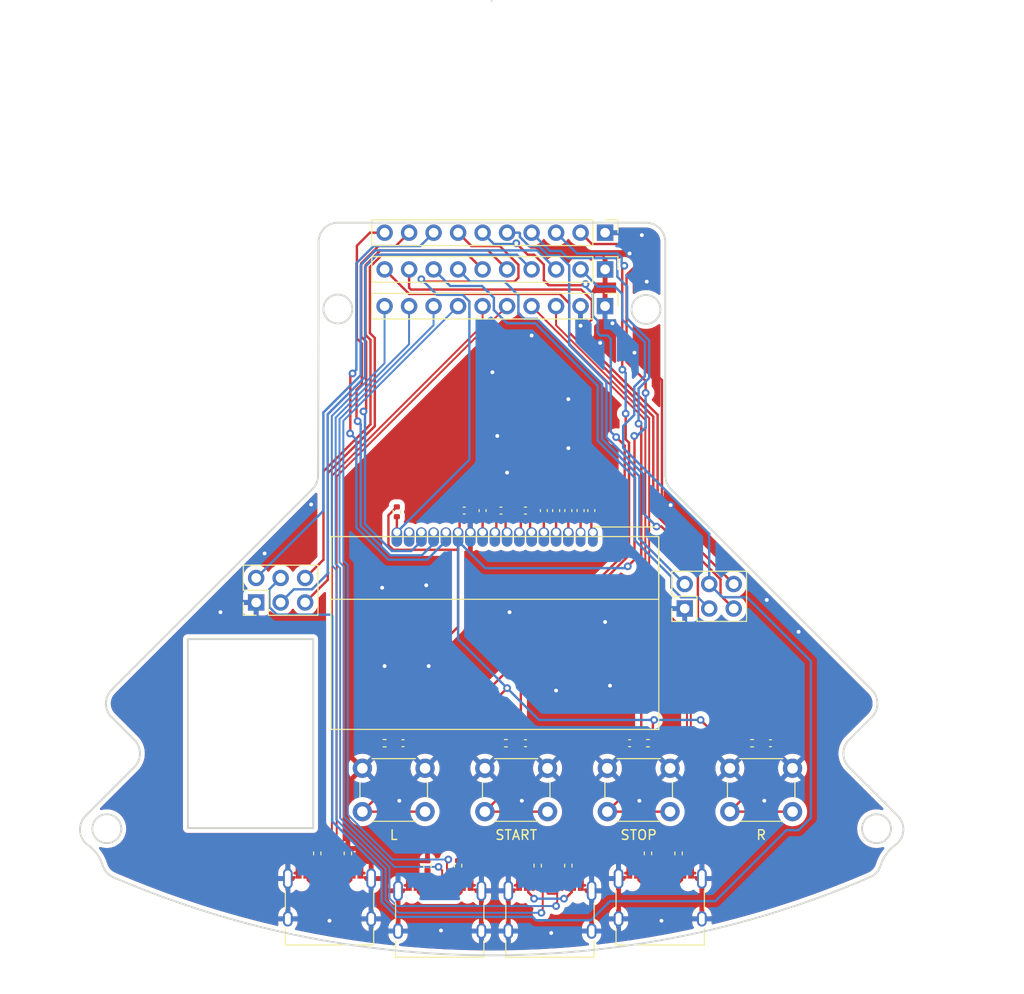
<source format=kicad_pcb>
(kicad_pcb (version 20211014) (generator pcbnew)
  (layers (0 "F.Cu" signal) (31 "B.Cu" signal) (34 "B.Paste" user) (35 "F.Paste" user) (36 "B.SilkS" user "B.Silkscreen") (37 "F.SilkS" user "F.Silkscreen") (38 "B.Mask" user) (39 "F.Mask" user) (44 "Edge.Cuts" user))
  (net 0 "")
  (net 1 "start")
  (net 2 "GND")
  (net 3 "stop")
  (net 4 "Net-(C3-Pad2)")
  (net 5 "+3V3")
  (net 6 "Net-(C5-Pad1)")
  (net 7 "Net-(C5-Pad2)")
  (net 8 "Net-(C6-Pad1)")
  (net 9 "Net-(C6-Pad2)")
  (net 10 "Net-(C7-Pad2)")
  (net 11 "Net-(C8-Pad2)")
  (net 12 "R")
  (net 13 "Net-(C10-Pad2)")
  (net 14 "Net-(C11-Pad2)")
  (net 15 "Net-(C12-Pad2)")
  (net 16 "L")
  (net 17 "unconnected-(J1-PadA4)")
  (net 18 "Net-(J1-PadA5)")
  (net 19 "Teensy D+")
  (net 20 "Teensy D-")
  (net 22 "Net-(J1-PadB5)")
  (net 24 "Reset 1")
  (net 25 "MISO 1")
  (net 26 "+5V")
  (net 27 "SCK 1")
  (net 28 "MOSI 1")
  (net 29 "Gyro D+")
  (net 30 "Gyro D-")
  (net 31 "Line D+")
  (net 32 "Line D-")
  (net 33 "Cam D+")
  (net 34 "Cam D-")
  (net 35 "unconnected-(J4-PadA4)")
  (net 36 "Net-(J4-PadA5)")
  (net 38 "Net-(J4-PadB5)")
  (net 40 "CS")
  (net 41 "MOSI")
  (net 42 "RS")
  (net 43 "SCK")
  (net 45 "unconnected-(J7-PadA4)")
  (net 46 "Net-(J7-PadA5)")
  (net 48 "Net-(J7-PadB5)")
  (net 50 "Reset 2")
  (net 51 "MISO 2")
  (net 52 "MOSI 2")
  (net 53 "SCK 2")
  (net 54 "unconnected-(J10-PadA4)")
  (net 55 "Net-(J10-PadA5)")
  (net 57 "Net-(J10-PadB5)")
  (footprint "Button_Switch_THT:SW_PUSH_6mm_H5mm" (layer "F.Cu") (at 176.765 132.775)
    (fp_text reference "R")
    (fp_text value "SW_DIP_x01")
  )
  (footprint "Resistor_SMD:R_0402_1005Metric" (layer "F.Cu") (at 160.02 142.875 90)
    (fp_text reference "R7" hide)
    (fp_text value "R")
  )
  (footprint "Connector_PinHeader_2.54mm:PinHeader_1x10_P2.54mm_Vertical" (layer "F.Cu") (at 163.825 84.836 -90)
    (fp_text reference "J3" hide)
    (fp_text value "Conn_01x10_Female")
  )
  (footprint "Resistor_SMD:R_0402_1005Metric" (layer "F.Cu") (at 145.415 142.875 90)
    (fp_text reference "R2" hide)
    (fp_text value "R")
  )
  (footprint "Capacitor_SMD:C_0402_1005Metric" (layer "F.Cu") (at 155.575 106.045)
    (fp_text reference "C6" hide)
    (fp_text value "C_Small")
  )
  (footprint "Resistor_SMD:R_0402_1005Metric" (layer "F.Cu") (at 133.985 141.605 90)
    (fp_text reference "R12" hide)
    (fp_text value "R")
  )
  (footprint "Resistor_SMD:R_0402_1005Metric" (layer "F.Cu") (at 140.97 130.175)
    (fp_text reference "R9" hide)
    (fp_text value "10K")
  )
  (footprint "Connector_USB:USB_C_Receptacle_XKB_U262-16XN-4BVC11" (layer "F.Cu") (at 158.115 148.59)
    (fp_text reference "J4" hide)
    (fp_text value "USB_C_Receptacle_USB2.0")
  )
  (footprint "Connector_PinHeader_2.54mm:PinHeader_2x03_P2.54mm_Vertical" (layer "F.Cu") (at 172.085 116.205 90)
    (fp_text reference "J9" hide)
    (fp_text value "Conn_01x06_Female")
  )
  (footprint "Capacitor_SMD:C_0402_1005Metric" (layer "F.Cu") (at 161.29 106.045 -90)
    (fp_text reference "C11" hide)
    (fp_text value "C_Small")
  )
  (footprint "Button_Switch_THT:SW_PUSH_6mm_H5mm" (layer "F.Cu") (at 151.365 132.775)
    (fp_text reference "START")
    (fp_text value "SW_DIP_x01")
  )
  (footprint "Connector_PinHeader_2.54mm:PinHeader_2x03_P2.54mm_Vertical" (layer "F.Cu") (at 127.65 115.575 90)
    (fp_text reference "J2" hide)
    (fp_text value "Conn_01x06_Female")
  )
  (footprint "Capacitor_SMD:C_0402_1005Metric" (layer "F.Cu") (at 151.13 106.045 -90)
    (fp_text reference "C3" hide)
    (fp_text value "C_Small")
  )
  (footprint "Resistor_SMD:R_0402_1005Metric" (layer "F.Cu") (at 179.07 130.175)
    (fp_text reference "R8" hide)
    (fp_text value "10K")
  )
  (footprint "Connector_USB:USB_C_Receptacle_XKB_U262-16XN-4BVC11" (layer "F.Cu") (at 135.255 147.32)
    (fp_text reference "J10" hide)
    (fp_text value "USB_C_Receptacle_USB2.0")
  )
  (footprint "Resistor_SMD:R_0402_1005Metric" (layer "F.Cu") (at 137.16 141.605 90)
    (fp_text reference "R13" hide)
    (fp_text value "R")
  )
  (footprint "Resistor_SMD:R_0402_1005Metric" (layer "F.Cu") (at 168.275 130.175 180)
    (fp_text reference "R5" hide)
    (fp_text value "10K")
  )
  (footprint "katamura1:LCDmodule_aqm1248a" (layer "F.Cu") (at 152.4 118.745 180)
    (fp_text reference "J6" hide)
    (fp_text value "Conn_01x17_Female")
  )
  (footprint "Capacitor_SMD:C_0402_1005Metric" (layer "F.Cu") (at 180.975 130.175)
    (fp_text reference "C9" hide)
    (fp_text value "C")
  )
  (footprint "Button_Switch_THT:SW_PUSH_6mm_H5mm" (layer "F.Cu") (at 138.665 132.775)
    (fp_text reference "L")
    (fp_text value "SW_DIP_x01")
  )
  (footprint "Capacitor_SMD:C_0402_1005Metric" (layer "F.Cu") (at 162.405 106.045 -90)
    (fp_text reference "C12" hide)
    (fp_text value "C_Small")
  )
  (footprint "Capacitor_SMD:C_0402_1005Metric" (layer "F.Cu") (at 157.48 106.045 -90)
    (fp_text reference "C7" hide)
    (fp_text value "C_Small")
  )
  (footprint "Capacitor_SMD:C_0402_1005Metric" (layer "F.Cu") (at 155.575 130.175)
    (fp_text reference "C1" hide)
    (fp_text value "C")
  )
  (footprint "Resistor_SMD:R_0402_1005Metric" (layer "F.Cu") (at 171.45 141.605 90)
    (fp_text reference "R11" hide)
    (fp_text value "R")
  )
  (footprint "Resistor_SMD:R_0402_1005Metric" (layer "F.Cu") (at 156.845 142.875 90)
    (fp_text reference "R6" hide)
    (fp_text value "R")
  )
  (footprint "Resistor_SMD:R_0402_1005Metric" (layer "F.Cu") (at 153.545 130.175)
    (fp_text reference "R1" hide)
    (fp_text value "10K")
  )
  (footprint "Capacitor_SMD:C_0402_1005Metric" (layer "F.Cu") (at 149.225 106.045 180)
    (fp_text reference "C4" hide)
    (fp_text value "C_Small")
  )
  (footprint "Capacitor_SMD:C_0402_1005Metric" (layer "F.Cu") (at 160.02 106.045 -90)
    (fp_text reference "C10" hide)
    (fp_text value "C_Small")
  )
  (footprint "Capacitor_SMD:C_0402_1005Metric" (layer "F.Cu") (at 158.75 106.045 -90)
    (fp_text reference "C8" hide)
    (fp_text value "C_Small")
  )
  (footprint "Capacitor_SMD:C_0402_1005Metric" (layer "F.Cu") (at 166.37 130.175 180)
    (fp_text reference "C2" hide)
    (fp_text value "C")
  )
  (footprint "Capacitor_SMD:C_0402_1005Metric" (layer "F.Cu") (at 142.875 130.175)
    (fp_text reference "C13" hide)
    (fp_text value "C")
  )
  (footprint "Button_Switch_THT:SW_PUSH_6mm_H5mm" (layer "F.Cu") (at 164.065 132.775)
    (fp_text reference "STOP")
    (fp_text value "SW_DIP_x01")
  )
  (footprint "Capacitor_SMD:C_0402_1005Metric" (layer "F.Cu") (at 153.035 106.045)
    (fp_text reference "C5" hide)
    (fp_text value "C_Small")
  )
  (footprint "Resistor_SMD:R_0402_1005Metric" (layer "F.Cu") (at 168.275 141.605 90)
    (fp_text reference "R10" hide)
    (fp_text value "R")
  )
  (footprint "Resistor_SMD:R_0402_1005Metric" (layer "F.Cu") (at 148.59 142.875 90)
    (fp_text reference "R3" hide)
    (fp_text value "R")
  )
  (footprint "Connector_USB:USB_C_Receptacle_XKB_U262-16XN-4BVC11" (layer "F.Cu") (at 169.545 147.32)
    (fp_text reference "J7" hide)
    (fp_text value "USB_C_Receptacle_USB2.0")
  )
  (footprint "Connector_PinHeader_2.54mm:PinHeader_1x10_P2.54mm_Vertical" (layer "F.Cu") (at 163.83 77.216 -90)
    (fp_text reference "J5" hide)
    (fp_text value "Conn_01x10_Female")
  )
  (footprint "Resistor_SMD:R_0402_1005Metric" (layer "F.Cu") (at 142.24 106.17 90)
    (fp_text reference "R4" hide)
    (fp_text value "10K")
  )
  (footprint "Connector_PinHeader_2.54mm:PinHeader_1x10_P2.54mm_Vertical" (layer "F.Cu") (at 163.83 81.026 -90)
    (fp_text reference "J8" hide)
    (fp_text value "Conn_01x10_Female")
  )
  (footprint "Connector_USB:USB_C_Receptacle_XKB_U262-16XN-4BVC11" (layer "F.Cu") (at 146.685 148.59)
    (fp_text reference "J1" hide)
    (fp_text value "USB_C_Receptacle_USB2.0")
  )
  (gr_line (start 115.016805 132.656602) (end 109.967555 137.705851) (layer "Edge.Cuts") (width 0.2))
  (gr_arc (start 110.223038 140.750201) (mid 111.146635 141.666216) (end 111.727466 142.830154) (layer "Edge.Cuts") (width 0.2))
  (gr_arc (start 192.410934 142.830154) (mid 192.991774 141.666225) (end 193.915362 140.750201) (layer "Edge.Cuts") (width 0.2))
  (gr_line (start 152.15322 76.177918) (end 136.122554 76.177918) (layer "Edge.Cuts") (width 0.2))
  (gr_line (start 133.5692 132.177801) (end 133.5692 138.977801) (layer "Edge.Cuts") (width 0.2))
  (gr_line (start 134.122554 78.177918) (end 134.122554 85.127467) (layer "Edge.Cuts") (width 0.2))
  (gr_arc (start 168.0692 76.177918) (mid 169.483414 76.763704) (end 170.0692 78.177918) (layer "Edge.Cuts") (width 0.2))
  (gr_arc (start 112.846024 144.076329) (mid 112.150044 143.575944) (end 111.727466 142.830154) (layer "Edge.Cuts") (width 0.2))
  (gr_arc (start 112.65856 127.469931) (mid 112.072774 126.055718) (end 112.65856 124.641504) (layer "Edge.Cuts") (width 0.2))
  (gr_line (start 191.481166 124.640178) (end 170.654986 103.813999) (layer "Edge.Cuts") (width 0.2))
  (gr_circle (center 136.122546 85.133068) (end 137.622546 85.133068) (layer "Edge.Cuts") (width 0.2) (fill none))
  (gr_line (start 168.0692 76.177918) (end 152.15322 76.177918) (layer "Edge.Cuts") (width 0.2))
  (gr_arc (start 191.481166 124.640178) (mid 192.066951 126.054391) (end 191.481166 127.468605) (layer "Edge.Cuts") (width 0.2))
  (gr_line (start 133.488392 103.811672) (end 112.65856 124.641504) (layer "Edge.Cuts") (width 0.2))
  (gr_circle (center 112.168297 139.040644) (end 113.668297 139.040644) (layer "Edge.Cuts") (width 0.2) (fill none))
  (gr_circle (center 152.0692 53.1778) (end 152.1692 53.1778) (layer "Edge.Cuts") (width 0.0001) (fill solid))
  (gr_arc (start 110.223038 140.750201) (mid 109.388775 139.287318) (end 109.967555 137.705851) (layer "Edge.Cuts") (width 0.2))
  (gr_arc (start 189.121595 132.656602) (mid 188.535814 131.242392) (end 189.121595 129.828175) (layer "Edge.Cuts") (width 0.2))
  (gr_line (start 112.65856 127.469931) (end 115.016805 129.828175) (layer "Edge.Cuts") (width 0.2))
  (gr_line (start 170.0692 102.399785) (end 170.0692 85.177878) (layer "Edge.Cuts") (width 0.2))
  (gr_line (start 120.5692 119.377801) (end 133.5692 119.377801) (layer "Edge.Cuts") (width 0.2))
  (gr_line (start 133.5692 119.377801) (end 133.5692 132.177801) (layer "Edge.Cuts") (width 0.2))
  (gr_line (start 120.5692 138.977801) (end 120.5692 119.377801) (layer "Edge.Cuts") (width 0.2))
  (gr_arc (start 134.122554 78.177918) (mid 134.70834 76.763704) (end 136.122554 76.177918) (layer "Edge.Cuts") (width 0.2))
  (gr_arc (start 115.016805 129.828175) (mid 115.602591 131.242389) (end 115.016805 132.656602) (layer "Edge.Cuts") (width 0.2))
  (gr_line (start 134.122554 85.127467) (end 134.07417 102.40306) (layer "Edge.Cuts") (width 0.2))
  (gr_arc (start 191.292376 144.076329) (mid 152.0692 152.1778) (end 112.846024 144.076329) (layer "Edge.Cuts") (width 0.2))
  (gr_circle (center 191.970103 139.040644) (end 193.470103 139.040644) (layer "Edge.Cuts") (width 0.2) (fill none))
  (gr_arc (start 194.170845 137.705851) (mid 194.749622 139.287316) (end 193.915362 140.750201) (layer "Edge.Cuts") (width 0.2))
  (gr_circle (center 168.0692 85.177878) (end 169.5692 85.177878) (layer "Edge.Cuts") (width 0.2) (fill none))
  (gr_line (start 189.121595 129.828175) (end 191.481166 127.468605) (layer "Edge.Cuts") (width 0.2))
  (gr_line (start 194.170845 137.705851) (end 189.121595 132.656602) (layer "Edge.Cuts") (width 0.2))
  (gr_arc (start 134.07417 102.40306) (mid 133.920864 103.165412) (end 133.488392 103.811672) (layer "Edge.Cuts") (width 0.2))
  (gr_arc (start 170.654986 103.813999) (mid 170.221445 103.165151) (end 170.0692 102.399785) (layer "Edge.Cuts") (width 0.2))
  (gr_line (start 133.5692 138.977801) (end 120.5692 138.977801) (layer "Edge.Cuts") (width 0.2))
  (gr_line (start 170.0692 85.177878) (end 170.0692 78.177918) (layer "Edge.Cuts") (width 0.2))
  (gr_arc (start 192.410934 142.830154) (mid 191.988357 143.575943) (end 191.292376 144.076329) (layer "Edge.Cuts") (width 0.2))
  (segment (start 165.966201 98.656201) (end 166.31152 99.00152) (width 0.25) (layer "F.Cu") (net 1))
  (segment (start 154.055 130.175) (end 154.055 134.585) (width 0.25) (layer "F.Cu") (net 1))
  (segment (start 154.055 134.585) (end 151.365 137.275) (width 0.25) (layer "F.Cu") (net 1))
  (segment (start 155.095 121.892718) (end 155.095 130.175) (width 0.25) (layer "F.Cu") (net 1))
  (segment (start 166.31152 110.676198) (end 155.095 121.892718) (width 0.25) (layer "F.Cu") (net 1))
  (segment (start 154.055 130.175) (end 155.095 130.175) (width 0.25) (layer "F.Cu") (net 1))
  (segment (start 151.365 137.275) (end 157.865 137.275) (width 0.25) (layer "F.Cu") (net 1))
  (segment (start 165.966201 95.985247) (end 165.966201 98.656201) (width 0.25) (layer "F.Cu") (net 1))
  (segment (start 165.608 80.8615) (end 165.608 91.413316) (width 0.25) (layer "F.Cu") (net 1))
  (segment (start 165.608 91.413316) (end 165.621342 91.426658) (width 0.25) (layer "F.Cu") (net 1))
  (segment (start 166.31152 99.00152) (end 166.31152 110.676198) (width 0.25) (layer "F.Cu") (net 1))
  (segment (start 165.8245 80.645) (end 165.608 80.8615) (width 0.25) (layer "F.Cu") (net 1))
  (via (at 165.621342 91.426658) (size 0.8) (drill 0.4) (layers "F.Cu" "B.Cu") (net 1))
  (via (at 165.966201 95.985247) (size 0.8) (drill 0.4) (layers "F.Cu" "B.Cu") (net 1))
  (via (at 165.8245 80.645) (size 0.8) (drill 0.4) (layers "F.Cu" "B.Cu") (net 1))
  (segment (start 165.8245 80.645) (end 165.54952 80.37002) (width 0.25) (layer "B.Cu") (net 1))
  (segment (start 165.54952 79.823802) (end 165.100718 79.375) (width 0.25) (layer "B.Cu") (net 1))
  (segment (start 165.100718 79.375) (end 160.909 79.375) (width 0.25) (layer "B.Cu") (net 1))
  (segment (start 160.909 79.375) (end 158.75 77.216) (width 0.25) (layer "B.Cu") (net 1))
  (segment (start 165.54952 80.37002) (end 165.54952 79.823802) (width 0.25) (layer "B.Cu") (net 1))
  (segment (start 165.621342 91.426658) (end 165.966201 91.771517) (width 0.25) (layer "B.Cu") (net 1))
  (segment (start 165.966201 91.771517) (end 165.966201 95.985247) (width 0.25) (layer "B.Cu") (net 1))
  (segment (start 166.878 89.662) (end 169.725559 92.509559) (width 0.25) (layer "F.Cu") (net 2))
  (segment (start 149.705 108.13) (end 149.86 108.285) (width 0.25) (layer "F.Cu") (net 2))
  (segment (start 149.705 106.045) (end 149.705 108.13) (width 0.25) (layer "F.Cu") (net 2))
  (segment (start 169.725559 92.509559) (end 169.725559 99.568) (width 0.25) (layer "F.Cu") (net 2))
  (segment (start 169.725559 104.581003) (end 170.621278 105.476722) (width 0.25) (layer "F.Cu") (net 2))
  (segment (start 169.725559 99.568) (end 169.725559 104.581003) (width 0.25) (layer "F.Cu") (net 2))
  (via (at 164.592 86.614) (size 0.8) (drill 0.4) (layers "F.Cu" "B.Cu") (net 2))
  (via (at 167.386 136.144) (size 0.8) (drill 0.4) (layers "F.Cu" "B.Cu") (net 2))
  (via (at 133.35 105.41) (size 0.8) (drill 0.4) (layers "F.Cu" "B.Cu") (net 2))
  (via (at 163.322 88.646) (size 0.8) (drill 0.4) (layers "F.Cu" "B.Cu") (net 2))
  (via (at 164.338 124.206) (size 0.8) (drill 0.4) (layers "F.Cu" "B.Cu") (net 2))
  (via (at 153.924 116.586) (size 0.8) (drill 0.4) (layers "F.Cu" "B.Cu") (net 2))
  (via (at 166.37 79.375) (size 0.8) (drill 0.4) (layers "F.Cu" "B.Cu") (net 2))
  (via (at 145.542 122.174) (size 0.8) (drill 0.4) (layers "F.Cu" "B.Cu") (net 2))
  (via (at 123.952 116.586) (size 0.8) (drill 0.4) (layers "F.Cu" "B.Cu") (net 2))
  (via (at 163.83 117.602) (size 0.8) (drill 0.4) (layers "F.Cu" "B.Cu") (net 2))
  (via (at 152.654 98.298) (size 0.8) (drill 0.4) (layers "F.Cu" "B.Cu") (net 2))
  (via (at 158.242 149.86) (size 0.8) (drill 0.4) (layers "F.Cu" "B.Cu") (net 2))
  (via (at 166.878 89.662) (size 0.8) (drill 0.4) (layers "F.Cu" "B.Cu") (net 2))
  (via (at 160.02 99.568) (size 0.8) (drill 0.4) (layers "F.Cu" "B.Cu") (net 2))
  (via (at 142.494 136.144) (size 0.8) (drill 0.4) (layers "F.Cu" "B.Cu") (net 2))
  (via (at 128.524 110.49) (size 0.8) (drill 0.4) (layers "F.Cu" "B.Cu") (net 2))
  (via (at 140.716 114.046) (size 0.8) (drill 0.4) (layers "F.Cu" "B.Cu") (net 2))
  (via (at 180.594 115.316) (size 0.8) (drill 0.4) (layers "F.Cu" "B.Cu") (net 2))
  (via (at 153.67 102.108) (size 0.8) (drill 0.4) (layers "F.Cu" "B.Cu") (net 2))
  (via (at 161.29 86.868) (size 0.8) (drill 0.4) (layers "F.Cu" "B.Cu") (net 2))
  (via (at 167.64 77.47) (size 0.8) (drill 0.4) (layers "F.Cu" "B.Cu") (net 2))
  (via (at 168.148 82.296) (size 0.8) (drill 0.4) (layers "F.Cu" "B.Cu") (net 2))
  (via (at 135.255 148.59) (size 0.8) (drill 0.4) (layers "F.Cu" "B.Cu") (net 2))
  (via (at 145.288 113.792) (size 0.8) (drill 0.4) (layers "F.Cu" "B.Cu") (net 2))
  (via (at 183.896 118.618) (size 0.8) (drill 0.4) (layers "F.Cu" "B.Cu") (net 2))
  (via (at 156.21 87.884) (size 0.8) (drill 0.4) (layers "F.Cu" "B.Cu") (net 2))
  (via (at 152.146 91.694) (size 0.8) (drill 0.4) (layers "F.Cu" "B.Cu") (net 2))
  (via (at 160.02 94.488) (size 0.8) (drill 0.4) (layers "F.Cu" "B.Cu") (net 2))
  (via (at 140.97 122.174) (size 0.8) (drill 0.4) (layers "F.Cu" "B.Cu") (net 2))
  (via (at 180.34 136.144) (size 0.8) (drill 0.4) (layers "F.Cu" "B.Cu") (net 2))
  (via (at 158.75 124.714) (size 0.8) (drill 0.4) (layers "F.Cu" "B.Cu") (net 2))
  (via (at 146.812 149.606) (size 0.8) (drill 0.4) (layers "F.Cu" "B.Cu") (net 2))
  (via (at 169.672 148.59) (size 0.8) (drill 0.4) (layers "F.Cu" "B.Cu") (net 2))
  (via (at 155.194 136.144) (size 0.8) (drill 0.4) (layers "F.Cu" "B.Cu") (net 2))
  (via (at 170.621278 105.476722) (size 0.8) (drill 0.4) (layers "F.Cu" "B.Cu") (net 2))
  (segment (start 167.577961 129.447039) (end 166.85 130.175) (width 0.25) (layer "F.Cu") (net 3))
  (segment (start 167.302981 97.028) (end 167.577961 97.30298) (width 0.25) (layer "F.Cu") (net 3))
  (segment (start 164.065 137.275) (end 170.565 137.275) (width 0.25) (layer "F.Cu") (net 3))
  (segment (start 167.577961 97.30298) (end 167.577961 129.447039) (width 0.25) (layer "F.Cu") (net 3))
  (segment (start 166.85 130.175) (end 166.85 134.49) (width 0.25) (layer "F.Cu") (net 3))
  (segment (start 166.85 134.49) (end 164.065 137.275) (width 0.25) (layer "F.Cu") (net 3))
  (segment (start 166.85 130.175) (end 167.765 130.175) (width 0.25) (layer "F.Cu") (net 3))
  (via (at 167.302981 97.028) (size 0.8) (drill 0.4) (layers "F.Cu" "B.Cu") (net 3))
  (segment (start 159.009379 79.115621) (end 159.253339 79.115621) (width 0.25) (layer "B.Cu") (net 3))
  (segment (start 166.116 86.106) (end 168.402 88.392) (width 0.25) (layer "B.Cu") (net 3))
  (segment (start 158.111057 79.115621) (end 158.490621 79.115621) (width 0.25) (layer "B.Cu") (net 3))
  (segment (start 168.402 92.289962) (end 167.302981 93.388981) (width 0.25) (layer "B.Cu") (net 3))
  (segment (start 165.1 81.788) (end 166.116 82.804) (width 0.25) (layer "B.Cu") (net 3))
  (segment (start 167.302981 93.388981) (end 167.302981 97.028) (width 0.25) (layer "B.Cu") (net 3))
  (segment (start 159.989207 79.851489) (end 164.941489 79.851489) (width 0.25) (layer "B.Cu") (net 3))
  (segment (start 156.211436 77.216) (end 158.111057 79.115621) (width 0.25) (layer "B.Cu") (net 3))
  (segment (start 166.116 82.804) (end 166.116 86.106) (width 0.25) (layer "B.Cu") (net 3))
  (segment (start 164.941489 79.851489) (end 165.1 80.01) (width 0.25) (layer "B.Cu") (net 3))
  (segment (start 158.490621 79.115621) (end 159.009379 79.115621) (width 0.25) (layer "B.Cu") (net 3))
  (segment (start 159.253339 79.115621) (end 159.989207 79.851489) (width 0.25) (layer "B.Cu") (net 3))
  (segment (start 168.402 88.392) (end 168.402 92.289962) (width 0.25) (layer "B.Cu") (net 3))
  (segment (start 165.1 80.01) (end 165.1 81.788) (width 0.25) (layer "B.Cu") (net 3))
  (segment (start 156.21 77.216) (end 156.211436 77.216) (width 0.25) (layer "B.Cu") (net 3))
  (segment (start 151.13 106.525) (end 151.13 108.285) (width 0.25) (layer "F.Cu") (net 4))
  (segment (start 166.37 78.105) (end 167.64 79.375) (width 0.25) (layer "F.Cu") (net 5))
  (segment (start 166.878 98.322539) (end 166.878 111.134316) (width 0.25) (layer "F.Cu") (net 5))
  (segment (start 167.64 80.01) (end 166.05752 81.59248) (width 0.25) (layer "F.Cu") (net 5))
  (segment (start 141.36548 106.53452) (end 141.36548 109.61548) (width 0.25) (layer "F.Cu") (net 5))
  (segment (start 167.64 79.375) (end 167.64 80.01) (width 0.25) (layer "F.Cu") (net 5))
  (segment (start 166.05752 81.59248) (end 166.05752 90.61952) (width 0.25) (layer "F.Cu") (net 5))
  (segment (start 168.785 130.175) (end 168.785 127.887) (width 0.25) (layer "F.Cu") (net 5))
  (segment (start 168.785 127.887) (end 168.91 127.762) (width 0.25) (layer "F.Cu") (net 5))
  (segment (start 161.29 77.216) (end 162.464511 78.390511) (width 0.25) (layer "F.Cu") (net 5))
  (segment (start 142.24 105.66) (end 141.36548 106.53452) (width 0.25) (layer "F.Cu") (net 5))
  (segment (start 148.745 108.13) (end 148.59 108.285) (width 0.25) (layer "F.Cu") (net 5))
  (segment (start 141.85952 110.10952) (end 148.46248 110.10952) (width 0.25) (layer "F.Cu") (net 5))
  (segment (start 166.853461 98.298) (end 166.878 98.322539) (width 0.25) (layer "F.Cu") (net 5))
  (segment (start 165.735 78.105) (end 166.37 78.105) (width 0.25) (layer "F.Cu") (net 5))
  (segment (start 176.149 130.175) (end 173.736 127.762) (width 0.25) (layer "F.Cu") (net 5))
  (segment (start 148.745 106.045) (end 148.745 108.13) (width 0.25) (layer "F.Cu") (net 5))
  (segment (start 148.46248 110.10952) (end 148.59 109.982) (width 0.25) (layer "F.Cu") (net 5))
  (segment (start 165.449489 78.390511) (end 165.735 78.105) (width 0.25) (layer "F.Cu") (net 5))
  (segment (start 153.035 125.095) (end 153.67 124.46) (width 0.25) (layer "F.Cu") (net 5))
  (segment (start 148.59 118.101386) (end 148.59 108.285) (width 0.25) (layer "F.Cu") (net 5))
  (segment (start 166.05752 90.61952) (end 168.034342 92.596342) (width 0.25) (layer "F.Cu") (net 5))
  (segment (start 153.035 130.175) (end 153.035 125.095) (width 0.25) (layer "F.Cu") (net 5))
  (segment (start 166.878 111.134316) (end 166.184158 111.828158) (width 0.25) (layer "F.Cu") (net 5))
  (segment (start 178.56 130.175) (end 176.149 130.175) (width 0.25) (layer "F.Cu") (net 5))
  (segment (start 141.36548 109.61548) (end 141.85952 110.10952) (width 0.25) (layer "F.Cu") (net 5))
  (segment (start 140.46 126.231386) (end 148.59 118.101386) (width 0.25) (layer "F.Cu") (net 5))
  (segment (start 162.464511 78.390511) (end 165.449489 78.390511) (width 0.25) (layer "F.Cu") (net 5))
  (segment (start 148.59 109.982) (end 148.59 108.285) (width 0.25) (layer "F.Cu") (net 5))
  (segment (start 168.034342 92.596342) (end 168.034342 93.839658) (width 0.25) (layer "F.Cu") (net 5))
  (segment (start 140.46 130.175) (end 140.46 126.231386) (width 0.25) (layer "F.Cu") (net 5))
  (via (at 168.91 127.762) (size 0.8) (drill 0.4) (layers "F.Cu" "B.Cu") (net 5))
  (via (at 166.853461 98.298) (size 0.8) (drill 0.4) (layers "F.Cu" "B.Cu") (net 5))
  (via (at 166.184158 111.828158) (size 0.8) (drill 0.4) (layers "F.Cu" "B.Cu") (net 5))
  (via (at 153.67 124.46) (size 0.8) (drill 0.4) (layers "F.Cu" "B.Cu") (net 5))
  (via (at 173.736 127.762) (size 0.8) (drill 0.4) (layers "F.Cu" "B.Cu") (net 5))
  (via (at 168.034342 93.839658) (size 0.8) (drill 0.4) (layers "F.Cu" "B.Cu") (net 5))
  (segment (start 168.91 127.762) (end 156.972 127.762) (width 0.25) (layer "B.Cu") (net 5))
  (segment (start 166.853461 98.298) (end 167.132 98.298) (width 0.25) (layer "B.Cu") (net 5))
  (segment (start 166.184158 111.828158) (end 165.998316 112.014) (width 0.25) (layer "B.Cu") (net 5))
  (segment (start 167.132 98.298) (end 168.034342 97.395658) (width 0.25) (layer "B.Cu") (net 5))
  (segment (start 148.59 119.38) (end 148.59 108.285) (width 0.25) (layer "B.Cu") (net 5))
  (segment (start 148.59 109.201758) (end 148.59 108.285) (width 0.25) (layer "B.Cu") (net 5))
  (segment (start 166.853461 98.298) (end 167.158684 98.298) (width 0.25) (layer "B.Cu") (net 5))
  (segment (start 173.736 127.762) (end 168.91 127.762) (width 0.25) (layer "B.Cu") (net 5))
  (segment (start 151.402242 112.014) (end 148.59 109.201758) (width 0.25) (layer "B.Cu") (net 5))
  (segment (start 168.034342 97.422342) (end 168.034342 93.839658) (width 0.25) (layer "B.Cu") (net 5))
  (segment (start 156.972 127.762) (end 153.67 124.46) (width 0.25) (layer "B.Cu") (net 5))
  (segment (start 153.67 124.46) (end 148.59 119.38) (width 0.25) (layer "B.Cu") (net 5))
  (segment (start 167.158684 98.298) (end 168.034342 97.422342) (width 0.25) (layer "B.Cu") (net 5))
  (segment (start 165.998316 112.014) (end 151.402242 112.014) (width 0.25) (layer "B.Cu") (net 5))
  (segment (start 152.555 106.045) (end 152.555 108.13) (width 0.25) (layer "F.Cu") (net 6))
  (segment (start 152.555 108.13) (end 152.4 108.285) (width 0.25) (layer "F.Cu") (net 6))
  (segment (start 153.515 108.13) (end 153.67 108.285) (width 0.25) (layer "F.Cu") (net 7))
  (segment (start 153.515 106.045) (end 153.515 108.13) (width 0.25) (layer "F.Cu") (net 7))
  (segment (start 155.095 108.13) (end 154.94 108.285) (width 0.25) (layer "F.Cu") (net 8))
  (segment (start 155.095 106.045) (end 155.095 108.13) (width 0.25) (layer "F.Cu") (net 8))
  (segment (start 156.055 106.045) (end 156.055 108.13) (width 0.25) (layer "F.Cu") (net 9))
  (segment (start 156.055 108.13) (end 156.21 108.285) (width 0.25) (layer "F.Cu") (net 9))
  (segment (start 157.48 106.525) (end 157.48 108.285) (width 0.25) (layer "F.Cu") (net 10))
  (segment (start 158.75 106.525) (end 158.75 108.285) (width 0.25) (layer "F.Cu") (net 11))
  (segment (start 179.58 130.175) (end 173.450489 124.045489) (width 0.25) (layer "F.Cu") (net 12))
  (segment (start 170.688 108.712) (end 169.672 107.696) (width 0.25) (layer "F.Cu") (net 12))
  (segment (start 173.450489 111.474489) (end 170.688 108.712) (width 0.25) (layer "F.Cu") (net 12))
  (segment (start 179.58 130.175) (end 180.495 130.175) (width 0.25) (layer "F.Cu") (net 12))
  (segment (start 179.58 130.175) (end 179.58 134.46) (width 0.25) (layer "F.Cu") (net 12))
  (segment (start 176.765 137.275) (end 183.265 137.275) (width 0.25) (layer "F.Cu") (net 12))
  (segment (start 169.672 107.696) (end 169.164 107.696) (width 0.25) (layer "F.Cu") (net 12))
  (segment (start 179.58 134.46) (end 176.765 137.275) (width 0.25) (layer "F.Cu") (net 12))
  (segment (start 173.450489 124.045489) (end 173.450489 111.474489) (width 0.25) (layer "F.Cu") (net 12))
  (via (at 169.164 107.696) (size 0.8) (drill 0.4) (layers "F.Cu" "B.Cu") (net 12))
  (segment (start 167.83552 106.36752) (end 169.164 107.696) (width 0.25) (layer "B.Cu") (net 12))
  (segment (start 156.962678 78.60296) (end 157.924859 79.565141) (width 0.25) (layer "B.Cu") (net 12))
  (segment (start 154.94 77.216) (end 154.998495 77.274495) (width 0.25) (layer "B.Cu") (net 12))
  (segment (start 163.96704 98.433604) (end 167.83552 102.302084) (width 0.25) (layer "B.Cu") (net 12))
  (segment (start 163.96704 92.719324) (end 163.96704 98.433604) (width 0.25) (layer "B.Cu") (net 12))
  (segment (start 153.67 77.216) (end 154.94 77.216) (width 0.25) (layer "B.Cu") (net 12))
  (segment (start 160.110489 88.862772) (end 163.96704 92.719324) (width 0.25) (layer "B.Cu") (net 12))
  (segment (start 154.998495 77.665505) (end 155.93595 78.60296) (width 0.25) (layer "B.Cu") (net 12))
  (segment (start 154.998495 77.274495) (end 154.998495 77.665505) (width 0.25) (layer "B.Cu") (net 12))
  (segment (start 155.93595 78.60296) (end 156.962678 78.60296) (width 0.25) (layer "B.Cu") (net 12))
  (segment (start 159.067141 79.565141) (end 160.110489 80.608489) (width 0.25) (layer "B.Cu") (net 12))
  (segment (start 160.110489 80.608489) (end 160.110489 88.862772) (width 0.25) (layer "B.Cu") (net 12))
  (segment (start 157.924859 79.565141) (end 159.067141 79.565141) (width 0.25) (layer "B.Cu") (net 12))
  (segment (start 167.83552 102.302084) (end 167.83552 106.36752) (width 0.25) (layer "B.Cu") (net 12))
  (segment (start 160.02 106.525) (end 160.02 108.285) (width 0.25) (layer "F.Cu") (net 13))
  (segment (start 161.29 106.525) (end 161.29 108.295) (width 0.25) (layer "F.Cu") (net 14))
  (segment (start 162.405 106.525) (end 162.405 108.14) (width 0.25) (layer "F.Cu") (net 15))
  (segment (start 162.405 108.14) (end 162.56 108.295) (width 0.25) (layer "F.Cu") (net 15))
  (segment (start 138.665 137.275) (end 145.165 137.275) (width 0.25) (layer "F.Cu") (net 16))
  (segment (start 157.988 82.66696) (end 157.48 82.15896) (width 0.25) (layer "F.Cu") (net 16))
  (segment (start 157.48 80.518) (end 156.464 79.502) (width 0.25) (layer "F.Cu") (net 16))
  (segment (start 147.066 129.286) (end 142.748 129.286) (width 0.25) (layer "F.Cu") (net 16))
  (segment (start 157.48 82.15896) (end 157.48 80.518) (width 0.25) (layer "F.Cu") (net 16))
  (segment (start 165.862 110.49) (end 147.066 129.286) (width 0.25) (layer "F.Cu") (net 16))
  (segment (start 141.48 130.175) (end 141.48 134.46) (width 0.25) (layer "F.Cu") (net 16))
  (segment (start 164.978018 98.419982) (end 165.862 99.303964) (width 0.25) (layer "F.Cu") (net 16))
  (segment (start 141.48 134.46) (end 138.665 137.275) (width 0.25) (layer "F.Cu") (net 16))
  (segment (start 142.395 129.639) (end 142.395 130.175) (width 0.25) (layer "F.Cu") (net 16))
  (segment (start 161.79883 82.548954) (end 161.680824 82.66696) (width 0.25) (layer "F.Cu") (net 16))
  (segment (start 161.680824 82.66696) (end 157.988 82.66696) (width 0.25) (layer "F.Cu") (net 16))
  (segment (start 155.810392 79.502) (end 154.622149 78.313757) (width 0.25) (layer "F.Cu") (net 16))
  (segment (start 141.48 130.175) (end 142.395 130.175) (width 0.25) (layer "F.Cu") (net 16))
  (segment (start 142.748 129.286) (end 142.395 129.639) (width 0.25) (layer "F.Cu") (net 16))
  (segment (start 165.862 99.303964) (end 165.862 110.49) (width 0.25) (layer "F.Cu") (net 16))
  (segment (start 156.464 79.502) (end 155.810392 79.502) (width 0.25) (layer "F.Cu") (net 16))
  (via (at 161.79883 82.548954) (size 0.8) (drill 0.4) (layers "F.Cu" "B.Cu") (net 16))
  (via (at 164.978018 98.419982) (size 0.8) (drill 0.4) (layers "F.Cu" "B.Cu") (net 16))
  (via (at 154.622149 78.313757) (size 0.8) (drill 0.4) (layers "F.Cu" "B.Cu") (net 16))
  (segment (start 163.068 87.63) (end 163.068 86.36) (width 0.25) (layer "B.Cu") (net 16))
  (segment (start 162.56 83.566) (end 161.79883 82.80483) (width 0.25) (layer "B.Cu") (net 16))
  (segment (start 154.545395 78.390511) (end 154.622149 78.313757) (width 0.25) (layer "B.Cu") (net 16))
  (segment (start 152.304511 78.390511) (end 154.545395 78.390511) (width 0.25) (layer "B.Cu") (net 16))
  (segment (start 162.56 85.852) (end 162.56 83.566) (width 0.25) (layer "B.Cu") (net 16))
  (segment (start 163.322 87.884) (end 163.068 87.63) (width 0.25) (layer "B.Cu") (net 16))
  (segment (start 164.41656 97.858524) (end 164.41656 88.21656) (width 0.25) (layer "B.Cu") (net 16))
  (segment (start 161.79883 82.80483) (end 161.79883 82.548954) (width 0.25) (layer "B.Cu") (net 16))
  (segment (start 164.978018 98.419982) (end 164.41656 97.858524) (width 0.25) (layer "B.Cu") (net 16))
  (segment (start 164.084 87.884) (end 163.322 87.884) (width 0.25) (layer "B.Cu") (net 16))
  (segment (start 164.41656 88.21656) (end 164.084 87.884) (width 0.25) (layer "B.Cu") (net 16))
  (segment (start 151.13 77.216) (end 152.304511 78.390511) (width 0.25) (layer "B.Cu") (net 16))
  (segment (start 163.068 86.36) (end 162.56 85.852) (width 0.25) (layer "B.Cu") (net 16))
  (segment (start 144.435 144.92) (end 144.435 145.635727) (width 0.25) (layer "F.Cu") (net 17))
  (segment (start 148.351696 146.219031) (end 147.658969 146.219031) (width 0.25) (layer "F.Cu") (net 17))
  (segment (start 148.935 145.635727) (end 148.351696 146.219031) (width 0.25) (layer "F.Cu") (net 17))
  (segment (start 144.435 145.635727) (end 145.018304 146.219031) (width 0.25) (layer "F.Cu") (net 17))
  (segment (start 148.935 144.92) (end 148.935 145.635727) (width 0.25) (layer "F.Cu") (net 17))
  (segment (start 147.658969 146.219031) (end 148.19048 146.219031) (width 0.25) (layer "F.Cu") (net 17))
  (segment (start 146.812 146.219031) (end 147.658969 146.219031) (width 0.25) (layer "F.Cu") (net 17))
  (segment (start 145.018304 146.219031) (end 146.812 146.219031) (width 0.25) (layer "F.Cu") (net 17))
  (segment (start 145.415 144.9) (end 145.435 144.92) (width 0.25) (layer "F.Cu") (net 18))
  (segment (start 145.415 143.385) (end 145.415 144.9) (width 0.25) (layer "F.Cu") (net 18))
  (segment (start 146.429511 145.794511) (end 146.429511 144.925489) (width 0.2) (layer "F.Cu") (net 19))
  (segment (start 147.435 145.744022) (end 147.384511 145.794511) (width 0.2) (layer "F.Cu") (net 19))
  (segment (start 147.435 144.92) (end 147.435 145.744022) (width 0.2) (layer "F.Cu") (net 19))
  (segment (start 146.429511 144.925489) (end 146.435 144.92) (width 0.2) (layer "F.Cu") (net 19))
  (segment (start 147.384511 145.794511) (end 146.429511 145.794511) (width 0.2) (layer "F.Cu") (net 19))
  (segment (start 147.435 142.379) (end 147.435 144.92) (width 0.2) (layer "F.Cu") (net 19))
  (segment (start 147.574 142.24) (end 147.435 142.379) (width 0.2) (layer "F.Cu") (net 19))
  (via (at 147.574 142.24) (size 0.8) (drill 0.4) (layers "F.Cu" "B.Cu") (net 19))
  (segment (start 136.6926 111.232698) (end 137.16 111.700098) (width 0.2) (layer "B.Cu") (net 19))
  (segment (start 137.16 111.700098) (end 137.16 137.607787) (width 0.2) (layer "B.Cu") (net 19))
  (segment (start 136.6926 96.7284) (end 136.6926 111.232698) (width 0.2) (layer "B.Cu") (net 19))
  (segment (start 141.792212 142.24) (end 147.574 142.24) (width 0.2) (layer "B.Cu") (net 19))
  (segment (start 137.16 137.607787) (end 141.792212 142.24) (width 0.2) (layer "B.Cu") (net 19))
  (segment (start 148.585 84.836) (end 136.6926 96.7284) (width 0.2) (layer "B.Cu") (net 19))
  (segment (start 146.884511 144.045489) (end 146.935 144.095978) (width 0.2) (layer "F.Cu") (net 20))
  (segment (start 145.935 144.92) (end 145.935 144.095978) (width 0.2) (layer "F.Cu") (net 20))
  (segment (start 146.935 144.92) (end 146.935 143.379) (width 0.2) (layer "F.Cu") (net 20))
  (segment (start 145.985489 144.045489) (end 146.884511 144.045489) (width 0.2) (layer "F.Cu") (net 20))
  (segment (start 146.935 144.095978) (end 146.935 144.92) (width 0.2) (layer "F.Cu") (net 20))
  (segment (start 145.935 144.095978) (end 145.985489 144.045489) (width 0.2) (layer "F.Cu") (net 20))
  (segment (start 146.935 143.379) (end 146.558 143.002) (width 0.2) (layer "F.Cu") (net 20))
  (via (at 146.558 143.002) (size 0.8) (drill 0.4) (layers "F.Cu" "B.Cu") (net 20))
  (segment (start 136.760481 111.865585) (end 136.76048 137.773273) (width 0.2) (layer "B.Cu") (net 20))
  (segment (start 136.29308 111.398184) (end 136.760481 111.865585) (width 0.2) (layer "B.Cu") (net 20))
  (segment (start 136.29308 96.562914) (end 136.29308 111.398184) (width 0.2) (layer "B.Cu") (net 20))
  (segment (start 141.989206 143.002) (end 146.558 143.002) (width 0.2) (layer "B.Cu") (net 20))
  (segment (start 146.045 86.810994) (end 136.29308 96.562914) (width 0.2) (layer "B.Cu") (net 20))
  (segment (start 146.045 84.836) (end 146.045 86.810994) (width 0.2) (layer "B.Cu") (net 20))
  (segment (start 136.76048 137.773273) (end 141.989206 143.002) (width 0.2) (layer "B.Cu") (net 20))
  (segment (start 148.435 143.54) (end 148.435 144.92) (width 0.25) (layer "F.Cu") (net 22))
  (segment (start 148.59 143.385) (end 148.435 143.54) (width 0.25) (layer "F.Cu") (net 22))
  (segment (start 140.021803 79.05248) (end 138.48848 80.585802) (width 0.25) (layer "B.Cu") (net 24))
  (segment (start 138.48848 80.585802) (end 138.48848 92.001422) (width 0.25) (layer "B.Cu") (net 24))
  (segment (start 138.48848 92.001422) (end 134.62 95.869902) (width 0.25) (layer "B.Cu") (net 24))
  (segment (start 134.62 106.065) (end 127.65 113.035) (width 0.25) (layer "B.Cu") (net 24))
  (segment (start 156.77648 79.05248) (end 140.021803 79.05248) (width 0.25) (layer "B.Cu") (net 24))
  (segment (start 158.75 81.026) (end 156.77648 79.05248) (width 0.25) (layer "B.Cu") (net 24))
  (segment (start 134.62 95.869902) (end 134.62 106.065) (width 0.25) (layer "B.Cu") (net 24))
  (segment (start 138.938 92.18762) (end 135.06952 96.0561) (width 0.25) (layer "B.Cu") (net 25))
  (segment (start 133.440489 114.209511) (end 131.555489 114.209511) (width 0.25) (layer "B.Cu") (net 25))
  (segment (start 138.938 80.772) (end 138.938 92.18762) (width 0.25) (layer "B.Cu") (net 25))
  (segment (start 131.555489 114.209511) (end 130.19 115.575) (width 0.25) (layer "B.Cu") (net 25))
  (segment (start 140.208 79.502) (end 138.938 80.772) (width 0.25) (layer "B.Cu") (net 25))
  (segment (start 135.06952 96.0561) (end 135.06952 112.46352) (width 0.25) (layer "B.Cu") (net 25))
  (segment (start 135.128 112.522) (end 133.440489 114.209511) (width 0.25) (layer "B.Cu") (net 25))
  (segment (start 135.06952 112.46352) (end 135.128 112.522) (width 0.25) (layer "B.Cu") (net 25))
  (segment (start 154.686 79.502) (end 140.208 79.502) (width 0.25) (layer "B.Cu") (net 25))
  (segment (start 156.21 81.026) (end 154.686 79.502) (width 0.25) (layer "B.Cu") (net 25))
  (segment (start 175.990489 115.030489) (end 178.530489 115.030489) (width 0.25) (layer "B.Cu") (net 26))
  (segment (start 165.702529 99.533375) (end 174.625 108.455846) (width 0.25) (layer "B.Cu") (net 26))
  (segment (start 174.625 113.665) (end 175.990489 115.030489) (width 0.25) (layer "B.Cu") (net 26))
  (segment (start 167.95248 88.578198) (end 167.95248 92.103764) (width 0.25) (layer "B.Cu") (net 26))
  (segment (start 163.07849 82.804) (end 164.846 82.804) (width 0.25) (layer "B.Cu") (net 26))
  (segment (start 140.653961 143.397129) (end 135.536922 138.28009) (width 0.25) (layer "B.Cu") (net 26))
  (segment (start 156.66848 148.54048) (end 156.318019 148.190019) (width 0.25) (layer "B.Cu") (net 26))
  (segment (start 178.530489 115.030489) (end 185.166 121.666) (width 0.25) (layer "B.Cu") (net 26))
  (segment (start 185.166 137.922) (end 183.896 139.192) (width 0.25) (layer "B.Cu") (net 26))
  (segment (start 167.95248 92.103764) (end 166.853461 93.202783) (width 0.25) (layer "B.Cu") (net 26))
  (segment (start 129.79399 116.84) (end 129.015489 116.061499) (width 0.25) (layer "B.Cu") (net 26))
  (segment (start 164.338 146.558) (end 162.35552 148.54048) (width 0.25) (layer "B.Cu") (net 26))
  (segment (start 183.896 139.192) (end 182.626 139.192) (width 0.25) (layer "B.Cu") (net 26))
  (segment (start 164.846 82.804) (end 165.608 83.566) (width 0.25) (layer "B.Cu") (net 26))
  (segment (start 165.702529 97.273533) (end 165.702529 99.533375) (width 0.25) (layer "B.Cu") (net 26))
  (segment (start 175.26 146.558) (end 164.338 146.558) (width 0.25) (layer "B.Cu") (net 26))
  (segment (start 161.29 81.026) (end 161.30049 81.026) (width 0.25) (layer "B.Cu") (net 26))
  (segment (start 129.015489 114.209511) (end 130.19 113.035) (width 0.25) (layer "B.Cu") (net 26))
  (segment (start 185.166 121.666) (end 185.166 137.922) (width 0.25) (layer "B.Cu") (net 26))
  (segment (start 135.536922 116.994922) (end 135.382 116.84) (width 0.25) (layer "B.Cu") (net 26))
  (segment (start 166.853461 93.202783) (end 166.853461 96.122601) (width 0.25) (layer "B.Cu") (net 26))
  (segment (start 135.536922 138.28009) (end 135.536922 116.994922) (width 0.25) (layer "B.Cu") (net 26))
  (segment (start 135.382 116.84) (end 129.79399 116.84) (width 0.25) (layer "B.Cu") (net 26))
  (segment (start 161.30049 81.026) (end 163.07849 82.804) (width 0.25) (layer "B.Cu") (net 26))
  (segment (start 166.853461 96.122601) (end 165.702529 97.273533) (width 0.25) (layer "B.Cu") (net 26))
  (segment (start 156.318019 148.190019) (end 142.223959 148.190019) (width 0.25) (layer "B.Cu") (net 26))
  (segment (start 162.35552 148.54048) (end 156.66848 148.54048) (width 0.25) (layer "B.Cu") (net 26))
  (segment (start 165.608 83.566) (end 165.608 86.233718) (width 0.25) (layer "B.Cu") (net 26))
  (segment (start 129.015489 116.061499) (end 129.015489 114.209511) (width 0.25) (layer "B.Cu") (net 26))
  (segment (start 182.626 139.192) (end 175.26 146.558) (width 0.25) (layer "B.Cu") (net 26))
  (segment (start 142.223959 148.190019) (end 140.653961 146.620021) (width 0.25) (layer "B.Cu") (net 26))
  (segment (start 165.608 86.233718) (end 167.95248 88.578198) (width 0.25) (layer "B.Cu") (net 26))
  (segment (start 174.625 108.455846) (end 174.625 113.665) (width 0.25) (layer "B.Cu") (net 26))
  (segment (start 140.653961 146.620021) (end 140.653961 143.397129) (width 0.25) (layer "B.Cu") (net 26))
  (segment (start 149.606 79.502) (end 140.716 79.502) (width 0.25) (layer "F.Cu") (net 27))
  (segment (start 135.08048 113.22452) (end 132.73 115.575) (width 0.25) (layer "F.Cu") (net 27))
  (segment (start 139.954 97.282) (end 135.08048 102.15552) (width 0.25) (layer "F.Cu") (net 27))
  (segment (start 139.446 80.772) (end 139.446 87.63) (width 0.25) (layer "F.Cu") (net 27))
  (segment (start 139.954 88.138) (end 139.954 97.282) (width 0.25) (layer "F.Cu") (net 27))
  (segment (start 139.446 87.63) (end 139.954 88.138) (width 0.25) (layer "F.Cu") (net 27))
  (segment (start 135.08048 102.15552) (end 135.08048 113.22452) (width 0.25) (layer "F.Cu") (net 27))
  (segment (start 140.716 79.502) (end 139.446 80.772) (width 0.25) (layer "F.Cu") (net 27))
  (segment (start 151.13 81.026) (end 149.606 79.502) (width 0.25) (layer "F.Cu") (net 27))
  (segment (start 138.99648 80.585803) (end 138.99648 87.82552) (width 0.25) (layer "F.Cu") (net 28))
  (segment (start 138.99648 87.82552) (end 139.50448 88.33352) (width 0.25) (layer "F.Cu") (net 28))
  (segment (start 134.63096 101.969322) (end 134.63096 111.13404) (width 0.25) (layer "F.Cu") (net 28))
  (segment (start 153.67 81.026) (end 151.69648 79.05248) (width 0.25) (layer "F.Cu") (net 28))
  (segment (start 151.69648 79.05248) (end 140.529802 79.05248) (width 0.25) (layer "F.Cu") (net 28))
  (segment (start 140.529802 79.05248) (end 138.99648 80.585803) (width 0.25) (layer "F.Cu") (net 28))
  (segment (start 134.63096 111.13404) (end 132.73 113.035) (width 0.25) (layer "F.Cu") (net 28))
  (segment (start 139.50448 88.33352) (end 139.50448 97.095802) (width 0.25) (layer "F.Cu") (net 28))
  (segment (start 139.50448 97.095802) (end 134.63096 101.969322) (width 0.25) (layer "F.Cu") (net 28))
  (segment (start 168.402 96.467994) (end 168.402 114.808) (width 0.2) (layer "F.Cu") (net 29))
  (segment (start 158.745 86.810994) (end 168.402 96.467994) (width 0.2) (layer "F.Cu") (net 29))
  (segment (start 170.244511 144.524511) (end 169.345489 144.524511) (width 0.2) (layer "F.Cu") (net 29))
  (segment (start 158.745 84.836) (end 158.745 86.810994) (width 0.2) (layer "F.Cu") (net 29))
  (segment (start 172.72 138.43) (end 170.295 140.855) (width 0.2) (layer "F.Cu") (net 29))
  (segment (start 172.72 119.126) (end 172.72 138.43) (width 0.2) (layer "F.Cu") (net 29))
  (segment (start 170.295 143.65) (end 170.295 144.474022) (width 0.2) (layer "F.Cu") (net 29))
  (segment (start 169.345489 144.524511) (end 169.295 144.474022) (width 0.2) (layer "F.Cu") (net 29))
  (segment (start 170.295 144.474022) (end 170.244511 144.524511) (width 0.2) (layer "F.Cu") (net 29))
  (segment (start 169.295 144.474022) (end 169.295 143.65) (width 0.2) (layer "F.Cu") (net 29))
  (segment (start 170.295 140.855) (end 170.295 143.65) (width 0.2) (layer "F.Cu") (net 29))
  (segment (start 168.402 114.808) (end 172.72 119.126) (width 0.2) (layer "F.Cu") (net 29))
  (segment (start 169.744511 142.775489) (end 169.795 142.825978) (width 0.2) (layer "F.Cu") (net 30))
  (segment (start 168.795 143.65) (end 168.795 142.825978) (width 0.2) (layer "F.Cu") (net 30))
  (segment (start 168.795 142.825978) (end 168.845489 142.775489) (width 0.2) (layer "F.Cu") (net 30))
  (segment (start 168.002481 96.633481) (end 168.002481 114.973487) (width 0.2) (layer "F.Cu") (net 30))
  (segment (start 169.795 142.825978) (end 169.795 143.65) (width 0.2) (layer "F.Cu") (net 30))
  (segment (start 169.795 140.789994) (end 169.795 143.65) (width 0.2) (layer "F.Cu") (net 30))
  (segment (start 168.845489 142.775489) (end 169.744511 142.775489) (width 0.2) (layer "F.Cu") (net 30))
  (segment (start 168.002481 114.973487) (end 172.32048 119.291486) (width 0.2) (layer "F.Cu") (net 30))
  (segment (start 172.32048 138.264514) (end 169.795 140.789994) (width 0.2) (layer "F.Cu") (net 30))
  (segment (start 156.205 84.836) (end 168.002481 96.633481) (width 0.2) (layer "F.Cu") (net 30))
  (segment (start 172.32048 119.291486) (end 172.32048 138.264514) (width 0.2) (layer "F.Cu") (net 30))
  (segment (start 135.005 144.53) (end 135.005 143.65) (width 0.2) (layer "F.Cu") (net 31))
  (segment (start 135.255 144.78) (end 135.005 144.53) (width 0.2) (layer "F.Cu") (net 31))
  (segment (start 135.699022 144.78) (end 135.255 144.78) (width 0.2) (layer "F.Cu") (net 31))
  (segment (start 136.005 144.474022) (end 135.699022 144.78) (width 0.2) (layer "F.Cu") (net 31))
  (segment (start 136.005 143.65) (end 136.005 102.496) (width 0.2) (layer "F.Cu") (net 31))
  (segment (start 136.005 102.496) (end 153.665 84.836) (width 0.2) (layer "F.Cu") (net 31))
  (segment (start 136.005 143.65) (end 136.005 144.474022) (width 0.2) (layer "F.Cu") (net 31))
  (segment (start 134.505 143.65) (end 134.505 142.825978) (width 0.2) (layer "F.Cu") (net 32))
  (segment (start 134.555489 142.775489) (end 135.454511 142.775489) (width 0.2) (layer "F.Cu") (net 32))
  (segment (start 135.505 142.825978) (end 135.505 143.65) (width 0.2) (layer "F.Cu") (net 32))
  (segment (start 134.505 142.825978) (end 134.555489 142.775489) (width 0.2) (layer "F.Cu") (net 32))
  (segment (start 135.454511 142.775489) (end 135.505 142.825978) (width 0.2) (layer "F.Cu") (net 32))
  (segment (start 135.505 102.430994) (end 151.125 86.810994) (width 0.2) (layer "F.Cu") (net 32))
  (segment (start 151.125 86.810994) (end 151.125 84.836) (width 0.2) (layer "F.Cu") (net 32))
  (segment (start 135.505 143.65) (end 135.505 102.430994) (width 0.2) (layer "F.Cu") (net 32))
  (segment (start 157.865 145.744022) (end 157.865 144.92) (width 0.2) (layer "F.Cu") (net 33))
  (segment (start 158.814511 145.794511) (end 157.915489 145.794511) (width 0.2) (layer "F.Cu") (net 33))
  (segment (start 157.915489 145.794511) (end 157.865 145.744022) (width 0.2) (layer "F.Cu") (net 33))
  (segment (start 158.865 144.92) (end 158.865 145.744022) (width 0.2) (layer "F.Cu") (net 33))
  (segment (start 158.865 146.951) (end 158.865 144.92) (width 0.2) (layer "F.Cu") (net 33))
  (segment (start 158.75 147.066) (end 158.865 146.951) (width 0.2) (layer "F.Cu") (net 33))
  (segment (start 158.865 145.744022) (end 158.814511 145.794511) (width 0.2) (layer "F.Cu") (net 33))
  (via (at 158.75 147.066) (size 0.8) (drill 0.4) (layers "F.Cu" "B.Cu") (net 33))
  (segment (start 143.505 88.785988) (end 135.89356 96.397428) (width 0.2) (layer "B.Cu") (net 33))
  (segment (start 143.505 84.836) (end 143.505 88.785988) (width 0.2) (layer "B.Cu") (net 33))
  (segment (start 142.265308 147.066) (end 158.75 147.066) (width 0.2) (layer "B.Cu") (net 33))
  (segment (start 141.478 146.278692) (end 142.265308 147.066) (width 0.2) (layer "B.Cu") (net 33))
  (segment (start 135.89356 111.56367) (end 136.360962 112.031072) (width 0.2) (layer "B.Cu") (net 33))
  (segment (start 141.478 143.0558) (end 141.478 146.278692) (width 0.2) (layer "B.Cu") (net 33))
  (segment (start 136.360962 112.031072) (end 136.360961 137.938761) (width 0.2) (layer "B.Cu") (net 33))
  (segment (start 136.360961 137.938761) (end 141.478 143.0558) (width 0.2) (layer "B.Cu") (net 33))
  (segment (start 135.89356 96.397428) (end 135.89356 111.56367) (width 0.2) (layer "B.Cu") (net 33))
  (segment (start 157.365 144.92) (end 157.365 144.095978) (width 0.2) (layer "F.Cu") (net 34))
  (segment (start 157.415489 144.045489) (end 158.314511 144.045489) (width 0.2) (layer "F.Cu") (net 34))
  (segment (start 157.365 144.92) (end 157.365 147.6265) (width 0.2) (layer "F.Cu") (net 34))
  (segment (start 158.314511 144.045489) (end 158.365 144.095978) (width 0.2) (layer "F.Cu") (net 34))
  (segment (start 157.365 147.6265) (end 157.226 147.7655) (width 0.2) (layer "F.Cu") (net 34))
  (segment (start 158.365 144.095978) (end 158.365 144.92) (width 0.2) (layer "F.Cu") (net 34))
  (segment (start 157.365 144.095978) (end 157.415489 144.045489) (width 0.2) (layer "F.Cu") (net 34))
  (via (at 157.226 147.7655) (size 0.8) (drill 0.4) (layers "F.Cu" "B.Cu") (net 34))
  (segment (start 135.49404 111.729156) (end 135.961442 112.196558) (width 0.2) (layer "B.Cu") (net 34))
  (segment (start 141.07848 146.444178) (end 142.399802 147.7655) (width 0.2) (layer "B.Cu") (net 34))
  (segment (start 142.399802 147.7655) (end 157.226 147.7655) (width 0.2) (layer "B.Cu") (net 34))
  (segment (start 135.49404 96.231942) (end 135.49404 111.729156) (width 0.2) (layer "B.Cu") (net 34))
  (segment (start 141.078481 143.221287) (end 141.07848 146.444178) (width 0.2) (layer "B.Cu") (net 34))
  (segment (start 140.965 84.836) (end 140.965 90.760982) (width 0.2) (layer "B.Cu") (net 34))
  (segment (start 135.961441 138.104247) (end 141.078481 143.221287) (width 0.2) (layer "B.Cu") (net 34))
  (segment (start 140.965 90.760982) (end 135.49404 96.231942) (width 0.2) (layer "B.Cu") (net 34))
  (segment (start 135.961442 112.196558) (end 135.961441 138.104247) (width 0.2) (layer "B.Cu") (net 34))
  (segment (start 155.865 145.635727) (end 156.464 146.234727) (width 0.25) (layer "F.Cu") (net 35))
  (segment (start 160.365 145.635727) (end 159.696727 146.304) (width 0.25) (layer "F.Cu") (net 35))
  (segment (start 155.865 144.92) (end 155.865 145.635727) (width 0.25) (layer "F.Cu") (net 35))
  (segment (start 160.365 144.92) (end 160.365 145.635727) (width 0.25) (layer "F.Cu") (net 35))
  (segment (start 159.696727 146.304) (end 159.5645 146.304) (width 0.25) (layer "F.Cu") (net 35))
  (segment (start 156.464 146.234727) (end 156.464 146.304) (width 0.25) (layer "F.Cu") (net 35))
  (via (at 156.464 146.304) (size 0.8) (drill 0.4) (layers "F.Cu" "B.Cu") (net 35))
  (via (at 159.5645 146.304) (size 0.8) (drill 0.4) (layers "F.Cu" "B.Cu") (net 35))
  (segment (start 156.464 146.304) (end 159.5645 146.304) (width 0.25) (layer "B.Cu") (net 35))
  (segment (start 156.845 143.385) (end 156.845 144.9) (width 0.25) (layer "F.Cu") (net 36))
  (segment (start 156.845 144.9) (end 156.865 144.92) (width 0.25) (layer "F.Cu") (net 36))
  (segment (start 159.865 143.54) (end 159.865 144.92) (width 0.25) (layer "F.Cu") (net 38))
  (segment (start 160.02 143.385) (end 159.865 143.54) (width 0.25) (layer "F.Cu") (net 38))
  (segment (start 145.034 82.296) (end 144.78 82.042) (width 0.25) (layer "F.Cu") (net 40))
  (segment (start 154.844511 81.883489) (end 154.432 82.296) (width 0.25) (layer "F.Cu") (net 40))
  (segment (start 142.24 106.68) (end 142.24 108.285) (width 0.25) (layer "F.Cu") (net 40))
  (segment (start 149.97696 78.60296) (end 152.90797 78.60296) (width 0.25) (layer "F.Cu") (net 40))
  (segment (start 152.90797 78.60296) (end 154.844511 80.539501) (width 0.25) (layer "F.Cu") (net 40))
  (segment (start 154.844511 80.539501) (end 154.844511 81.883489) (width 0.25) (layer "F.Cu") (net 40))
  (segment (start 148.59 77.216) (end 149.97696 78.60296) (width 0.25) (layer "F.Cu") (net 40))
  (segment (start 154.432 82.296) (end 145.034 82.296) (width 0.25) (layer "F.Cu") (net 40))
  (via (at 144.78 82.042) (size 0.8) (drill 0.4) (layers "F.Cu" "B.Cu") (net 40))
  (segment (start 149.071499 83.661489) (end 149.759511 84.349501) (width 0.25) (layer "B.Cu") (net 40))
  (segment (start 149.759511 100.765489) (end 142.24 108.285) (width 0.25) (layer "B.Cu") (net 40))
  (segment (start 146.399489 83.661489) (end 149.071499 83.661489) (width 0.25) (layer "B.Cu") (net 40))
  (segment (start 144.78 82.042) (end 146.399489 83.661489) (width 0.25) (layer "B.Cu") (net 40))
  (segment (start 149.759511 84.349501) (end 149.759511 100.765489) (width 0.25) (layer "B.Cu") (net 40))
  (segment (start 137.414 92.051304) (end 137.644596 91.820708) (width 0.25) (layer "F.Cu") (net 41))
  (segment (start 137.3921 98.044) (end 137.414 98.0221) (width 0.25) (layer "F.Cu") (net 41))
  (segment (start 137.414 98.0221) (end 137.414 92.051304) (width 0.25) (layer "F.Cu") (net 41))
  (via (at 137.3921 98.044) (size 0.8) (drill 0.4) (layers "F.Cu" "B.Cu") (net 41))
  (via (at 137.644596 91.820708) (size 0.8) (drill 0.4) (layers "F.Cu" "B.Cu") (net 41))
  (segment (start 145.386718 111.13504) (end 147.32 109.201758) (width 0.25) (layer "B.Cu") (net 41))
  (segment (start 138.03896 107.814395) (end 138.429283 108.204717) (width 0.25) (layer "B.Cu") (net 41))
  (segment (start 146.05 77.216) (end 144.66304 78.60296) (width 0.25) (layer "B.Cu") (net 41))
  (segment (start 138.03896 98.69086) (end 138.03896 107.814395) (width 0.25) (layer "B.Cu") (net 41))
  (segment (start 138.03896 91.426344) (end 137.644596 91.820708) (width 0.25) (layer "B.Cu") (net 41))
  (segment (start 147.32 109.201758) (end 147.32 108.285) (width 0.25) (layer "B.Cu") (net 41))
  (segment (start 138.03896 80.399604) (end 138.03896 85.852) (width 0.25) (layer "B.Cu") (net 41))
  (segment (start 138.03896 85.852) (end 138.03896 91.426344) (width 0.25) (layer "B.Cu") (net 41))
  (segment (start 138.429283 108.204717) (end 141.359606 111.13504) (width 0.25) (layer "B.Cu") (net 41))
  (segment (start 139.835605 78.60296) (end 138.937282 79.501282) (width 0.25) (layer "B.Cu") (net 41))
  (segment (start 144.66304 78.60296) (end 139.835605 78.60296) (width 0.25) (layer "B.Cu") (net 41))
  (segment (start 141.359606 111.13504) (end 145.386718 111.13504) (width 0.25) (layer "B.Cu") (net 41))
  (segment (start 137.3921 98.044) (end 138.03896 98.69086) (width 0.25) (layer "B.Cu") (net 41))
  (segment (start 138.937282 79.501282) (end 138.03896 80.399604) (width 0.25) (layer "B.Cu") (net 41))
  (segment (start 139.05496 95.48302) (end 139.05496 88.519718) (width 0.25) (layer "F.Cu") (net 42))
  (segment (start 138.77998 95.758) (end 139.05496 95.48302) (width 0.25) (layer "F.Cu") (net 42))
  (segment (start 138.54696 80.399606) (end 140.343604 78.60296) (width 0.25) (layer "F.Cu") (net 42))
  (segment (start 142.12304 78.60296) (end 143.51 77.216) (width 0.25) (layer "F.Cu") (net 42))
  (segment (start 139.05496 88.519718) (end 138.54696 88.011718) (width 0.25) (layer "F.Cu") (net 42))
  (segment (start 138.54696 88.011718) (end 138.54696 80.399606) (width 0.25) (layer "F.Cu") (net 42))
  (segment (start 140.343604 78.60296) (end 142.12304 78.60296) (width 0.25) (layer "F.Cu") (net 42))
  (via (at 138.77998 95.758) (size 0.8) (drill 0.4) (layers "F.Cu" "B.Cu") (net 42))
  (segment (start 141.732 110.236) (end 143.745758 110.236) (width 0.25) (layer "B.Cu") (net 42))
  (segment (start 138.77998 95.758) (end 138.938 95.91602) (width 0.25) (layer "B.Cu") (net 42))
  (segment (start 138.938 107.442) (end 141.732 110.236) (width 0.25) (layer "B.Cu") (net 42))
  (segment (start 138.938 95.91602) (end 138.938 107.442) (width 0.25) (layer "B.Cu") (net 42))
  (segment (start 143.745758 110.236) (end 144.78 109.201758) (width 0.25) (layer "B.Cu") (net 42))
  (segment (start 144.78 109.201758) (end 144.78 108.285) (width 0.25) (layer "B.Cu") (net 42))
  (segment (start 138.09744 78.56456) (end 139.446 77.216) (width 0.25) (layer "F.Cu") (net 43))
  (segment (start 138.055469 93.513971) (end 138.60544 92.964) (width 0.25) (layer "F.Cu") (net 43))
  (segment (start 138.055469 96.653469) (end 138.055469 93.513971) (width 0.25) (layer "F.Cu") (net 43))
  (segment (start 138.60544 92.964) (end 138.60544 88.705915) (width 0.25) (layer "F.Cu") (net 43))
  (segment (start 138.60544 88.705915) (end 138.09744 88.197915) (width 0.25) (layer "F.Cu") (net 43))
  (segment (start 138.09744 88.197915) (end 138.09744 78.56456) (width 0.25) (layer "F.Cu") (net 43))
  (segment (start 138.176 96.774) (end 138.055469 96.653469) (width 0.25) (layer "F.Cu") (net 43))
  (segment (start 139.446 77.216) (end 140.97 77.216) (width 0.25) (layer "F.Cu") (net 43))
  (via (at 138.176 96.774) (size 0.8) (drill 0.4) (layers "F.Cu" "B.Cu") (net 43))
  (segment (start 138.176 96.774) (end 138.48848 97.08648) (width 0.25) (layer "B.Cu") (net 43))
  (segment (start 138.48848 107.628198) (end 141.545803 110.68552) (width 0.25) (layer "B.Cu") (net 43))
  (segment (start 144.83848 110.68552) (end 146.05 109.474) (width 0.25) (layer "B.Cu") (net 43))
  (segment (start 146.05 109.474) (end 146.05 108.285) (width 0.25) (layer "B.Cu") (net 43))
  (segment (start 138.48848 97.08648) (end 138.48848 107.628198) (width 0.25) (layer "B.Cu") (net 43))
  (segment (start 141.545803 110.68552) (end 144.83848 110.68552) (width 0.25) (layer "B.Cu") (net 43))
  (segment (start 167.295 144.365727) (end 167.295 143.65) (width 0.25) (layer "F.Cu") (net 45))
  (segment (start 171.211697 144.94903) (end 167.878304 144.949031) (width 0.25) (layer "F.Cu") (net 45))
  (segment (start 171.795 144.365727) (end 171.211697 144.94903) (width 0.25) (layer "F.Cu") (net 45))
  (segment (start 167.878304 144.949031) (end 167.295 144.365727) (width 0.25) (layer "F.Cu") (net 45))
  (segment (start 171.795 143.65) (end 171.795 144.365727) (width 0.25) (layer "F.Cu") (net 45))
  (segment (start 168.275 143.63) (end 168.295 143.65) (width 0.25) (layer "F.Cu") (net 46))
  (segment (start 168.275 142.115) (end 168.275 143.63) (width 0.25) (layer "F.Cu") (net 46))
  (segment (start 171.45 142.115) (end 171.295 142.27) (width 0.25) (layer "F.Cu") (net 48))
  (segment (start 171.295 142.27) (end 171.295 143.65) (width 0.25) (layer "F.Cu") (net 48))
  (segment (start 154.839511 85.555991) (end 155.448 86.16448) (width 0.25) (layer "B.Cu") (net 50))
  (segment (start 167.386 108.966) (end 172.085 113.665) (width 0.25) (layer "B.Cu") (net 50))
  (segment (start 154.839511 83.719511) (end 154.839511 85.555991) (width 0.25) (layer "B.Cu") (net 50))
  (segment (start 163.51752 92.905521) (end 163.51752 98.619802) (width 0.25) (layer "B.Cu") (net 50))
  (segment (start 148.59 81.026) (end 149.86 82.296) (width 0.25) (layer "B.Cu") (net 50))
  (segment (start 156.776479 86.16448) (end 163.51752 92.905521) (width 0.25) (layer "B.Cu") (net 50))
  (segment (start 167.386 102.488282) (end 167.386 108.966) (width 0.25) (layer "B.Cu") (net 50))
  (segment (start 149.86 82.296) (end 153.416 82.296) (width 0.25) (layer "B.Cu") (net 50))
  (segment (start 153.416 82.296) (end 154.839511 83.719511) (width 0.25) (layer "B.Cu") (net 50))
  (segment (start 163.51752 98.619802) (end 167.386 102.488282) (width 0.25) (layer "B.Cu") (net 50))
  (segment (start 155.448 86.16448) (end 156.776479 86.16448) (width 0.25) (layer "B.Cu") (net 50))
  (segment (start 152.299511 83.973511) (end 152.299511 85.243511) (width 0.25) (layer "B.Cu") (net 51))
  (segment (start 173.450489 115.030489) (end 174.625 116.205) (width 0.25) (layer "B.Cu") (net 51))
  (segment (start 152.299511 85.243511) (end 153.67 86.614) (width 0.25) (layer "B.Cu") (net 51))
  (segment (start 163.068 98.806) (end 166.93648 102.67448) (width 0.25) (layer "B.Cu") (net 51))
  (segment (start 166.93648 102.67448) (end 166.93648 109.152197) (width 0.25) (layer "B.Cu") (net 51))
  (segment (start 147.76952 82.74552) (end 151.07152 82.74552) (width 0.25) (layer "B.Cu") (net 51))
  (segment (start 153.67 86.614) (end 156.590282 86.614) (width 0.25) (layer "B.Cu") (net 51))
  (segment (start 166.93648 109.152197) (end 170.703756 112.919474) (width 0.25) (layer "B.Cu") (net 51))
  (segment (start 146.05 81.026) (end 147.76952 82.74552) (width 0.25) (layer "B.Cu") (net 51))
  (segment (start 163.068 93.091718) (end 163.068 98.806) (width 0.25) (layer "B.Cu") (net 51))
  (segment (start 171.704 115.030489) (end 173.450489 115.030489) (width 0.25) (layer "B.Cu") (net 51))
  (segment (start 156.590282 86.614) (end 163.068 93.091718) (width 0.25) (layer "B.Cu") (net 51))
  (segment (start 170.703756 114.030244) (end 171.704 115.030489) (width 0.25) (layer "B.Cu") (net 51))
  (segment (start 151.07152 82.74552) (end 152.299511 83.973511) (width 0.25) (layer "B.Cu") (net 51))
  (segment (start 170.703756 112.919474) (end 170.703756 114.030244) (width 0.25) (layer "B.Cu") (net 51))
  (segment (start 162.052 87.63) (end 162.052 86.614) (width 0.25) (layer "F.Cu") (net 52))
  (segment (start 177.165 113.665) (end 169.276039 105.776039) (width 0.25) (layer "F.Cu") (net 52))
  (segment (start 161.34848 83.11648) (end 143.696198 83.11648) (width 0.25) (layer "F.Cu") (net 52))
  (segment (start 143.51 82.930282) (end 143.51 81.026) (width 0.25) (layer "F.Cu") (net 52))
  (segment (start 143.696198 83.11648) (end 143.51 82.930282) (width 0.25) (layer "F.Cu") (net 52))
  (segment (start 161.544 88.373914) (end 161.544 88.138) (width 0.25) (layer "F.Cu") (net 52))
  (segment (start 162.459511 84.227511) (end 161.34848 83.11648) (width 0.25) (layer "F.Cu") (net 52))
  (segment (start 161.544 88.138) (end 162.052 87.63) (width 0.25) (layer "F.Cu") (net 52))
  (segment (start 162.459511 86.206489) (end 162.459511 84.227511) (width 0.25) (layer "F.Cu") (net 52))
  (segment (start 169.276039 105.776039) (end 169.276039 96.105953) (width 0.25) (layer "F.Cu") (net 52))
  (segment (start 169.276039 96.105953) (end 161.544 88.373914) (width 0.25) (layer "F.Cu") (net 52))
  (segment (start 162.052 86.614) (end 162.459511 86.206489) (width 0.25) (layer "F.Cu") (net 52))
  (segment (start 168.826519 106.205509) (end 175.799511 113.178501) (width 0.25) (layer "F.Cu") (net 53))
  (segment (start 175.799511 114.839511) (end 177.165 116.205) (width 0.25) (layer "F.Cu") (net 53))
  (segment (start 160.110489 87.576121) (end 168.826519 96.292151) (width 0.25) (layer "F.Cu") (net 53))
  (segment (start 168.826519 96.292151) (end 168.826519 106.205509) (width 0.25) (layer "F.Cu") (net 53))
  (segment (start 160.110489 84.540479) (end 160.110489 87.576121) (width 0.25) (layer "F.Cu") (net 53))
  (segment (start 159.13601 83.566) (end 160.110489 84.540479) (width 0.25) (layer "F.Cu") (net 53))
  (segment (start 175.799511 113.178501) (end 175.799511 114.839511) (width 0.25) (layer "F.Cu") (net 53))
  (segment (start 140.97 81.026) (end 143.51 83.566) (width 0.25) (layer "F.Cu") (net 53))
  (segment (start 143.51 83.566) (end 159.13601 83.566) (width 0.25) (layer "F.Cu") (net 53))
  (segment (start 137.505 143.65) (end 137.505 144.365727) (width 0.25) (layer "F.Cu") (net 54))
  (segment (start 133.843792 145.204519) (end 133.005 144.365727) (width 0.25) (layer "F.Cu") (net 54))
  (segment (start 137.505 144.365727) (end 136.666208 145.204519) (width 0.25) (layer "F.Cu") (net 54))
  (segment (start 136.666208 145.204519) (end 133.843792 145.204519) (width 0.25) (layer "F.Cu") (net 54))
  (segment (start 133.005 144.365727) (end 133.005 143.65) (width 0.25) (layer "F.Cu") (net 54))
  (segment (start 133.985 142.115) (end 133.985 143.63) (width 0.25) (layer "F.Cu") (net 55))
  (segment (start 133.985 143.63) (end 134.005 143.65) (width 0.25) (layer "F.Cu") (net 55))
  (segment (start 137.005 142.27) (end 137.005 143.65) (width 0.25) (layer "F.Cu") (net 57))
  (segment (start 137.16 142.115) (end 137.005 142.27) (width 0.25) (layer "F.Cu") (net 57))
  (zone (net 2) (net_name "GND") (layers F&B.Cu) (connect_pads (clearance 0.508)) (min_thickness 0.254) (fill yes (thermal_gap 0.508) (thermal_bridge_width 0.508))
    (polygon (pts (xy 207.264 156.21) (xy 101.346 156.21) (xy 101.092 74.168) (xy 206.756 73.66)))
  )
)
</source>
